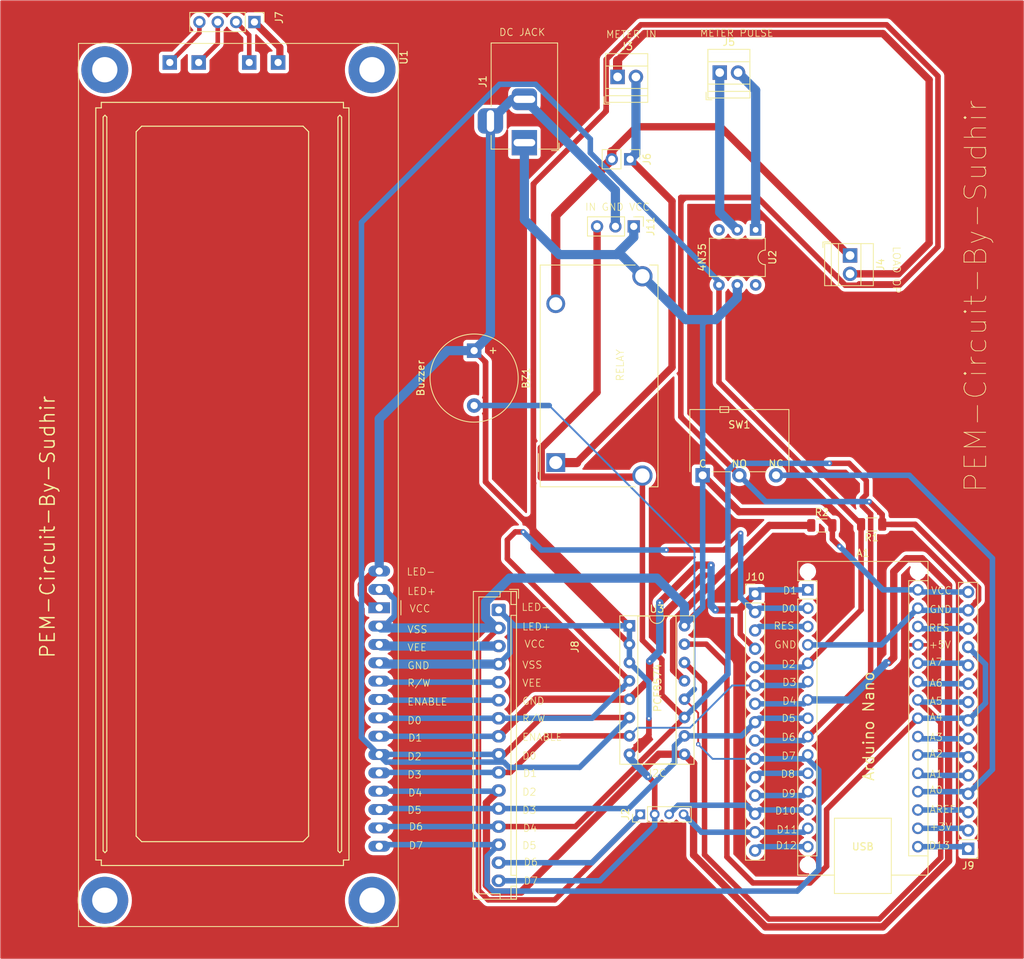
<source format=kicad_pcb>
(kicad_pcb (version 20240108) (generator "pcbnew") (generator_version "8.0")
  (title_block (title "PEM CIRCUIT BY SUDHIR") (company "Sudhir Agnihotri"))
  (layers (0 "F.Cu" signal) (31 "B.Cu" signal) (34 "B.Paste" user) (35 "F.Paste" user) (36 "B.SilkS" user "B.Silkscreen") (37 "F.SilkS" user "F.Silkscreen") (38 "B.Mask" user) (39 "F.Mask" user) (44 "Edge.Cuts" user))
  (net 0 "")
  (net 1 "VCC")
  (net 2 "GND")
  (net 3 "Net-(J3-Pin_2)")
  (net 4 "Net-(J3-Pin_1)")
  (net 5 "Net-(J4-Pin_1)")
  (net 6 "Net-(J5-Pin_1)")
  (net 7 "Net-(J5-Pin_2)")
  (net 8 "Net-(J7-Pin_4)")
  (net 9 "Net-(J7-Pin_3)")
  (net 10 "Net-(J7-Pin_1)")
  (net 11 "Net-(J7-Pin_2)")
  (net 12 "/D0")
  (net 13 "/D4")
  (net 14 "/D2")
  (net 15 "/D5")
  (net 16 "/VEE")
  (net 17 "/D1")
  (net 18 "/R{slash}W")
  (net 19 "/ENABLE")
  (net 20 "/D6")
  (net 21 "/D7")
  (net 22 "/D3")
  (net 23 "Net-(U3-~{INT})")
  (net 26 "/A0")
  (net 27 "/AREF")
  (net 28 "/D12")
  (net 29 "/D10")
  (net 30 "/A2")
  (net 31 "/RES")
  (net 32 "/D13")
  (net 33 "/A7")
  (net 34 "/A6")
  (net 35 "/A3")
  (net 36 "/+5V")
  (net 37 "/A1")
  (net 38 "/3V")
  (net 39 "/RES1")
  (net 40 "/D8")
  (net 41 "/D9")
  (net 42 "/A5")
  (net 43 "/D11")
  (footprint "Button_Switch_THT:SW_XKB_DM1-16UC-1" (layer "F.Cu") (at 167.34 93.56)
    (property "Reference" "SW1")
    (property "Value" "SW_SPDT_XKB_DMx-xxxx-1")
  )
  (footprint "Resistor_SMD:R_1206_3216Metric" (layer "F.Cu") (at 190.7375 100.36 180)
    (property "Reference" "R1")
    (property "Value" "R")
  )
  (footprint "Connector_BarrelJack:BarrelJack_Horizontal" (layer "F.Cu") (at 142.6575 47.5 -90)
    (property "Reference" "J1")
    (property "Value" "Barrel_Jack_Switch")
  )
  (footprint "Package_DIP:DIP-6_W7.62mm" (layer "F.Cu") (at 174.68 59.58 -90)
    (property "Reference" "U2")
    (property "Value" "4N35")
  )
  (footprint "Module:Arduino_Nano_WithMountingHoles" (layer "F.Cu") (at 181.9 109.42)
    (property "Reference" "A1")
    (property "Value" "Arduino_Nano_v2.x")
  )
  (footprint "TerminalBlock:TerminalBlock_Xinya_XY308-2.54-2P_1x02_P2.54mm_Horizontal" (layer "F.Cu") (at 155.56 38.4)
    (property "Reference" "J3")
    (property "Value" "Screw_Terminal_01x02")
  )
  (footprint "Resistor_SMD:R_1206_3216Metric" (layer "F.Cu") (at 183.8375 100.5)
    (property "Reference" "R2")
    (property "Value" "R")
  )
  (footprint "Connector_PinHeader_2.54mm:PinHeader_1x02_P2.54mm_Vertical" (layer "F.Cu") (at 157.3 49.8 -90)
    (property "Reference" "J6")
    (property "Value" "Conn_01x02")
  )
  (footprint "Connector_PinHeader_2.54mm:PinHeader_1x15_P2.54mm_Vertical" (layer "F.Cu") (at 204.1 145.275 180)
    (property "Reference" "J9")
    (property "Value" "Conn_01x15" (hide yes))
  )
  (footprint "Package_DIP:DIP-16_W7.62mm_Socket" (layer "F.Cu") (at 157.2 114.4)
    (property "Reference" "U3")
    (property "Value" "PCF8574")
  )
  (footprint "Connector_PinHeader_2.54mm:PinHeader_1x03_P2.54mm_Vertical" (layer "F.Cu") (at 157.8 59.1 -90)
    (property "Reference" "J11")
    (property "Value" "Conn_01x03")
  )
  (footprint "Connector_JST:JST_XH_B16B-XH-A_1x16_P2.50mm_Vertical" (layer "F.Cu") (at 139.1 112.2 -90)
    (property "Reference" "J8")
    (property "Value" "Conn_01x16")
  )
  (footprint "Display:LCD-016N002L" (layer "F.Cu") (at 122.5575 111.9 -90)
    (property "Reference" "U1")
    (property "Value" "LCD-016N002L")
  )
  (footprint "Connector_PinHeader_2.00mm:PinHeader_1x04_P2.00mm_Vertical" (layer "F.Cu") (at 158.7 140.5 90)
    (property "Reference" "J2")
    (property "Value" "Conn_01x04")
  )
  (footprint "Connector_PinHeader_2.54mm:PinHeader_1x15_P2.54mm_Vertical" (layer "F.Cu") (at 174.6 109.96)
    (property "Reference" "J10")
    (property "Value" "Conn_01x15")
  )
  (footprint "TerminalBlock:TerminalBlock_Xinya_XY308-2.54-2P_1x02_P2.54mm_Horizontal" (layer "F.Cu") (at 169.7 37.8)
    (property "Reference" "J5")
    (property "Value" "Screw_Terminal_01x02")
  )
  (footprint "Connector_PinHeader_2.54mm:PinHeader_1x04_P2.54mm_Vertical" (layer "F.Cu") (at 105.28 30.8 -90)
    (property "Reference" "J7")
    (property "Value" "Conn_01x04" (hide yes))
  )
  (footprint "Buzzer_Beeper:Buzzer_12x9.5RM7.6" (layer "F.Cu") (at 135.7 76.3 -90)
    (property "Reference" "BZ1")
    (property "Value" "Buzzer")
  )
  (footprint "TerminalBlock:TerminalBlock_Xinya_XY308-2.54-2P_1x02_P2.54mm_Horizontal" (layer "F.Cu") (at 187.75 63.125 -90)
    (property "Reference" "J4")
    (property "Value" "Screw_Terminal_01x02")
  )
  (footprint "Relay_THT:Relay_SPST_Panasonic_ALFG_FormA_CircularHoles" (layer "F.Cu") (at 147 91.8 90)
    (property "Reference" "K1" (hide yes))
    (property "Value" "Panasonic_ALFG1PF12")
  )
  (gr_text "D2" (at 142.3 138 0) (layer "F.SilkS") (effects (font (size 1 1) (thickness 0.1)) (justify left bottom)))
  (gr_text "D6" (at 142.5 147.7 0) (layer "F.SilkS") (effects (font (size 1 1) (thickness 0.1)) (justify left bottom)))
  (gr_text "VEE" (at 126.4 118 0) (layer "F.SilkS") (effects (font (size 1 1) (thickness 0.1)) (justify left bottom)))
  (gr_text "LED+" (at 126.4 110.2 0) (layer "F.SilkS") (effects (font (size 1 1) (thickness 0.1)) (justify left bottom)))
  (gr_text "A5" (at 198.7 125.4 0) (layer "F.SilkS") (effects (font (size 1 1) (thickness 0.1)) (justify left bottom)))
  (gr_text "D0" (at 142.3 133 0) (layer "F.SilkS") (effects (font (size 1 1) (thickness 0.1)) (justify left bottom)))
  (gr_text "VSS" (at 126.4 115.5 0) (layer "F.SilkS") (effects (font (size 1 1) (thickness 0.1)) (justify left bottom)))
  (gr_text "D1" (at 142.4 135.4 0) (layer "F.SilkS") (effects (font (size 1 1) (thickness 0.1)) (justify left bottom)))
  (gr_text "D1" (at 178.4 110.1 0) (layer "F.SilkS") (effects (font (size 1 1) (thickness 0.1)) (justify left bottom)))
  (gr_text "GND" (at 198.7 112.7 0) (layer "F.SilkS") (effects (font (size 1 1) (thickness 0.1)) (justify left bottom)))
  (gr_text "VCC" (at 126.7 112.6 0) (layer "F.SilkS") (effects (font (size 1 1) (thickness 0.1)) (justify left bottom)))
  (gr_text "PEM-Circuit-By-Sudhir" (at 77.8 100.7 90) (layer "F.SilkS") (effects (font (size 2 2) (thickness 0.2)) (justify bottom)))
  (gr_text "D4" (at 142.4 143 0) (layer "F.SilkS") (effects (font (size 1 1) (thickness 0.1)) (justify left bottom)))
  (gr_text "GND" (at 142.3 125.4 0) (layer "F.SilkS") (effects (font (size 1 1) (thickness 0.1)) (justify left bottom)))
  (gr_text "D0" (at 126.4 128.1 0) (layer "F.SilkS") (effects (font (size 1 1) (thickness 0.1)) (justify left bottom)))
  (gr_text "D3" (at 142.3 140.5 0) (layer "F.SilkS") (effects (font (size 1 1) (thickness 0.1)) (justify left bottom)))
  (gr_text "R/W" (at 142.3 127.8 0) (layer "F.SilkS") (effects (font (size 1 1) (thickness 0.1)) (justify left bottom)))
  (gr_text "A2" (at 198.7 132.7 0) (layer "F.SilkS") (effects (font (size 1 1) (thickness 0.1)) (justify left bottom)))
  (gr_text "METER IN" (at 153.9 33.1 0) (layer "F.SilkS") (effects (font (size 1 1) (thickness 0.1)) (justify left bottom)))
  (gr_text "VCC" (at 142.6 117.5 0) (layer "F.SilkS") (effects (font (size 1 1) (thickness 0.1)) (justify left bottom)))
  (gr_text "A7" (at 198.7 120 0) (layer "F.SilkS") (effects (font (size 1 1) (thickness 0.1)) (justify left bottom)))
  (gr_text "A6" (at 198.7 122.9 0) (layer "F.SilkS") (effects (font (size 1 1) (thickness 0.1)) (justify left bottom)))
  (gr_text "PEM-Circuit-By-Sudhir" (at 206.9 96.1 90) (layer "F.SilkS") (effects (font (size 3 3) (thickness 0.1)) (justify left bottom)))
  (gr_text "A0" (at 198.7 137.7 0) (layer "F.SilkS") (effects (font (size 1 1) (thickness 0.1)) (justify left bottom)))
  (gr_text "D8" (at 178.1 135.5 0) (layer "F.SilkS") (effects (font (size 1 1) (thickness 0.1)) (justify left bottom)))
  (gr_text "+5V" (at 198.6 117.6 0) (layer "F.SilkS") (effects (font (size 1 1) (thickness 0.1)) (justify left bottom)))
  (gr_text "D11" (at 177.5 143.2 0) (layer "F.SilkS") (effects (font (size 1 1) (thickness 0.1)) (justify left bottom)))
  (gr_text "LED-" (at 142.2 112.4 0) (layer "F.SilkS") (effects (font (size 1 1) (thickness 0.1)) (justify left bottom)))
  (gr_text "RELAY" (at 156.5 80.6 90) (layer "F.SilkS") (effects (font (size 1 1) (thickness 0.1)) (justify left bottom)))
  (gr_text "D0" (at 178.2 112.6 0) (layer "F.SilkS") (effects (font (size 1 1) (thickness 0.1)) (justify left bottom)))
  (gr_text "VEE" (at 142.3 122.9 0) (layer "F.SilkS") (effects (font (size 1 1) (thickness 0.1)) (justify left bottom)))
  (gr_text "D13" (at 198.6 145.4 0) (layer "F.SilkS") (effects (font (size 1 1) (thickness 0.1)) (justify left bottom)))
  (gr_text "D6" (at 178.2 130.4 0) (layer "F.SilkS") (effects (font (size 1 1) (thickness 0.1)) (justify left bottom)))
  (gr_text "AREF" (at 198.7 140.4 0) (layer "F.SilkS") (effects (font (size 1 1) (thickness 0.1)) (justify left bottom)))
  (gr_text "D2" (at 178.2 120.3 0) (layer "F.SilkS") (effects (font (size 1 1) (thickness 0.1)) (justify left bottom)))
  (gr_text "LED+" (at 142.3 115.1 0) (layer "F.SilkS") (effects (font (size 1 1) (thickness 0.1)) (justify left bottom)))
  (gr_text "I2C" (at 159.8 135.4 0) (layer "F.SilkS") (effects (font (size 1 1) (thickness 0.1)) (justify left bottom)))
  (gr_text "D10" (at 177.3 140.6 0) (layer "F.SilkS") (effects (font (size 1 1) (thickness 0.1)) (justify left bottom)))
  (gr_text "D7" (at 126.6 145.4 0) (layer "F.SilkS") (effects (font (size 1 1) (thickness 0.1)) (justify left bottom)))
  (gr_text "GND" (at 177.2 117.6 0) (layer "F.SilkS") (effects (font (size 1 1) (thickness 0.1)) (justify left bottom)))
  (gr_text "D5" (at 126.4 140.5 0) (layer "F.SilkS") (effects (font (size 1 1) (thickness 0.1)) (justify left bottom)))
  (gr_text "RES" (at 177.1 115 0) (layer "F.SilkS") (effects (font (size 1 1) (thickness 0.1)) (justify left bottom)))
  (gr_text "IN GND VCC" (at 151 57 0) (layer "F.SilkS") (effects (font (size 1 1) (thickness 0.1)) (justify left bottom)))
  (gr_text "D3" (at 126.4 135.6 0) (layer "F.SilkS") (effects (font (size 1 1) (thickness 0.1)) (justify left bottom)))
  (gr_text "GND" (at 126.4 120.5 0) (layer "F.SilkS") (effects (font (size 1 1) (thickness 0.1)) (justify left bottom)))
  (gr_text "Arduino Nano" (at 191.2 128.3 90) (layer "F.SilkS") (effects (font (size 1.5 1.5) (thickness 0.1875)) (justify bottom)))
  (gr_text "D5" (at 178.2 127.8 0) (layer "F.SilkS") (effects (font (size 1 1) (thickness 0.1)) (justify left bottom)))
  (gr_text "D5" (at 142.3 145.4 0) (layer "F.SilkS") (effects (font (size 1 1) (thickness 0.1)) (justify left bottom)))
  (gr_text "VSS" (at 142.3 120.4 0) (layer "F.SilkS") (effects (font (size 1 1) (thickness 0.1)) (justify left bottom)))
  (gr_text "D4" (at 178.3 125.4 0) (layer "F.SilkS") (effects (font (size 1 1) (thickness 0.1)) (justify left bottom)))
  (gr_text "D7" (at 178.2 133 0) (layer "F.SilkS") (effects (font (size 1 1) (thickness 0.1)) (justify left bottom)))
  (gr_text "R/W" (at 126.4 122.9 0) (layer "F.SilkS") (effects (font (size 1 1) (thickness 0.1)) (justify left bottom)))
  (gr_text "LED-" (at 126.3 107.5 0) (layer "F.SilkS") (effects (font (size 1 1) (thickness 0.1)) (justify left bottom)))
  (gr_text "ENABLE" (at 142.3 130.4 0) (layer "F.SilkS") (effects (font (size 1 1) (thickness 0.1)) (justify left bottom)))
  (gr_text "A3" (at 198.7 130.4 0) (layer "F.SilkS") (effects (font (size 1 1) (thickness 0.1)) (justify left bottom)))
  (gr_text "A1" (at 198.7 135.5 0) (layer "F.SilkS") (effects (font (size 1 1) (thickness 0.1)) (justify left bottom)))
  (gr_text "D1" (at 126.5 130.5 0) (layer "F.SilkS") (effects (font (size 1 1) (thickness 0.1)) (justify left bottom)))
  (gr_text "D9" (at 178.2 138.2 0) (layer "F.SilkS") (effects (font (size 1 1) (thickness 0.1)) (justify left bottom)))
  (gr_text "D4" (at 126.5 138.1 0) (layer "F.SilkS") (effects (font (size 1 1) (thickness 0.1)) (justify left bottom)))
  (gr_text "D6" (at 126.6 142.8 0) (layer "F.SilkS") (effects (font (size 1 1) (thickness 0.1)) (justify left bottom)))
  (gr_text "D7" (at 142.5 150.3 0) (layer "F.SilkS") (effects (font (size 1 1) (thickness 0.1)) (justify left bottom)))
  (gr_text "METER PULSE" (at 166.9 32.9 0) (layer "F.SilkS") (effects (font (size 1 1) (thickness 0.1)) (justify left bottom)))
  (gr_text "D12" (at 177.4 145.4 0) (layer "F.SilkS") (effects (font (size 1 1) (thickness 0.1)) (justify left bottom)))
  (gr_text "DC JACK" (at 139.1 32.8 0) (layer "F.SilkS") (effects (font (size 1 1) (thickness 0.1)) (justify left bottom)))
  (gr_text "VCC" (at 198.9 110.1 0) (layer "F.SilkS") (effects (font (size 1 1) (thickness 0.1)) (justify left bottom)))
  (gr_text "LOAD OP" (at 193.6 61.8 -90) (layer "F.SilkS") (effects (font (size 1 1) (thickness 0.1)) (justify left bottom)))
  (gr_text "D3" (at 178.3 122.8 0) (layer "F.SilkS") (effects (font (size 1 1) (thickness 0.1)) (justify left bottom)))
  (gr_text "A4" (at 198.7 127.6 0) (layer "F.SilkS") (effects (font (size 1 1) (thickness 0.1)) (justify left bottom)))
  (gr_text "RES" (at 198.6 115.3 0) (layer "F.SilkS") (effects (font (size 1 1) (thickness 0.1)) (justify left bottom)))
  (gr_text "D2" (at 126.4 133.1 0) (layer "F.SilkS") (effects (font (size 1 1) (thickness 0.1)) (justify left bottom)))
  (gr_text "ENABLE" (at 126.4 125.5 0) (layer "F.SilkS") (effects (font (size 1 1) (thickness 0.1)) (justify left bottom)))
  (gr_text "+3V" (at 198.7 142.8 0) (layer "F.SilkS") (effects (font (size 1 1) (thickness 0.1)) (justify left bottom)))
  (segment (start 120.2225 108.703472) (end 120.2225 110.016528) (width 1.27) (layer "F.Cu") (net 2))
  (segment (start 122.105972 106.82) (end 120.2225 108.703472) (width 1.27) (layer "F.Cu") (net 2))
  (segment (start 205.531 109.12226) (end 205.531 110.824) (width 0.762) (layer "F.Cu") (net 2))
  (segment (start 137.281 77.881) (end 135.7 76.3) (width 0.762) (layer "F.Cu") (net 2))
  (segment (start 159.9 129.48) (end 157.2 132.18) (width 0.762) (layer "F.Cu") (net 2))
  (segment (start 122.105972 111.9) (end 122.5575 111.9) (width 1.27) (layer "F.Cu") (net 2))
  (segment (start 143.903 53.219) (end 153.979 43.143) (width 0.762) (layer "F.Cu") (net 2))
  (segment (start 160.7 136.2) (end 160.7 140.5) (width 0.762) (layer "F.Cu") (net 2))
  (segment (start 174.945444 55.096316) (end 164.316 55.096316) (width 0.762) (layer "F.Cu") (net 2))
  (segment (start 192.2 100.36) (end 192.2 99) (width 0.762) (layer "F.Cu") (net 2))
  (segment (start 199.916 38.296316) (end 199.916 61.903684) (width 0.762) (layer "F.Cu") (net 2))
  (segment (start 196.76874 100.36) (end 205.531 109.12226) (width 0.762) (layer "F.Cu") (net 2))
  (segment (start 205.531 110.824) (end 204.1 112.255) (width 0.762) (layer "F.Cu") (net 2))
  (segment (start 194.573684 67.246) (end 187.095128 67.246) (width 0.762) (layer "F.Cu") (net 2))
  (segment (start 143.903 103.643) (end 143.903 53.219) (width 0.762) (layer "F.Cu") (net 2))
  (segment (start 122.5575 106.82) (end 122.105972 106.82) (width 1.27) (layer "F.Cu") (net 2))
  (segment (start 159.8 135.3) (end 160.7 136.2) (width 0.762) (layer "F.Cu") (net 2))
  (segment (start 158.786316 31.184) (end 192.803684 31.184) (width 0.762) (layer "F.Cu") (net 2))
  (segment (start 164.316 85.456) (end 172.42 93.56) (width 0.762) (layer "F.Cu") (net 2))
  (segment (start 192.2 100.36) (end 196.76874 100.36) (width 0.762) (layer "F.Cu") (net 2))
  (segment (start 137.281 94.481) (end 137.281 77.881) (width 0.762) (layer "F.Cu") (net 2))
  (segment (start 153.979 43.143) (end 153.979 35.991316) (width 0.762) (layer "F.Cu") (net 2))
  (segment (start 159.9 127.2) (end 159.9 129.48) (width 0.762) (layer "F.Cu") (net 2))
  (segment (start 199.916 61.903684) (end 194.573684 67.246) (width 0.762) (layer "F.Cu") (net 2))
  (segment (start 192.2 99) (end 190.4 97.2) (width 0.762) (layer "F.Cu") (net 2))
  (segment (start 157.2 114.4) (end 137.281 94.481) (width 0.762) (layer "F.Cu") (net 2))
  (segment (start 153.979 35.991316) (end 158.786316 31.184) (width 0.762) (layer "F.Cu") (net 2))
  (segment (start 187.095128 67.246) (end 174.945444 55.096316) (width 0.762) (layer "F.Cu") (net 2))
  (segment (start 157.2 116.94) (end 143.903 103.643) (width 0.762) (layer "F.Cu") (net 2))
  (segment (start 192.803684 31.184) (end 199.916 38.296316) (width 0.762) (layer "F.Cu") (net 2))
  (segment (start 120.2225 110.016528) (end 122.105972 111.9) (width 1.27) (layer "F.Cu") (net 2))
  (segment (start 164.316 55.096316) (end 164.316 85.456) (width 0.762) (layer "F.Cu") (net 2))
  (via (at 159.8 135.3) (size 0.6) (drill 0.3) (layers "F.Cu" "B.Cu") (net 2))
  (via (at 190.4 97.2) (size 0.6) (drill 0.3) (layers "F.Cu" "B.Cu") (net 2))
  (via (at 159.9 127.2) (size 0.6) (drill 0.3) (layers "F.Cu" "B.Cu") (net 2))
  (segment (start 132 76.3) (end 135.7 76.3) (width 1.27) (layer "B.Cu") (net 2))
  (segment (start 155.26 54.1025) (end 155.26 59.1) (width 1.27) (layer "B.Cu") (net 2))
  (segment (start 181.9 117.04) (end 192.06 117.04) (width 0.762) (layer "B.Cu") (net 2))
  (segment (start 122.5575 106.82) (end 122.5575 85.7425) (width 1.27) (layer "B.Cu") (net 2))
  (segment (start 157.2 132.7) (end 159.8 135.3) (width 1.016) (layer "B.Cu") (net 2))
  (segment (start 190.4 97.2) (end 176.06 97.2) (width 0.762) (layer "B.Cu") (net 2))
  (segment (start 140.656 118.144) (end 139.1 119.7) (width 0.762) (layer "B.Cu") (net 2))
  (segment (start 139.1 119.7) (end 122.7375 119.7) (width 1.27) (layer "B.Cu") (net 2))
  (segment (start 157.2 119.48) (end 159.9 122.18) (width 0.762) (layer "B.Cu") (net 2))
  (segment (start 139.1 112.2) (end 140.656 113.756) (width 0.762) (layer "B.Cu") (net 2))
  (segment (start 159.9 122.18) (end 159.9 127.2) (width 0.762) (layer "B.Cu") (net 2))
  (segment (start 160.7 142.1) (end 160.7 140.5) (width 0.762) (layer "B.Cu") (net 2))
  (segment (start 142.6575 41.5) (end 140.9575 41.5) (width 1.27) (layer "B.Cu") (net 2))
  (segment (start 197.435 112.255) (end 197.14 111.96) (width 0.762) (layer "B.Cu") (net 2))
  (segment (start 141.3 114.4) (end 139.1 112.2) (width 0.762) (layer "B.Cu") (net 2))
  (segment (start 157.2 114.4) (end 141.3 114.4) (width 0.762) (layer "B.Cu") (net 2))
  (segment (start 192.06 117.04) (end 197.14 111.96) (width 0.762) (layer "B.Cu") (net 2))
  (segment (start 142.6575 41.5) (end 155.26 54.1025) (width 1.27) (layer "B.Cu") (net 2))
  (segment (start 176.06 97.2) (end 172.42 93.56) (width 0.762) (layer "B.Cu") (net 2))
  (segment (start 140.9575 41.5) (end 137.9575 44.5) (width 1.27) (layer "B.Cu") (net 2))
  (segment (start 137.9575 44.5) (end 137.9575 74.0425) (width 1.27) (layer "B.Cu") (net 2))
  (segment (start 137.9575 74.0425) (end 135.7 76.3) (width 1.27) (layer "B.Cu") (net 2))
  (segment (start 122.5575 85.7425) (end 132 76.3) (width 1.27) (layer "B.Cu") (net 2))
  (segment (start 157.2 114.4) (end 157.2 116.94) (width 0.762) (layer "B.Cu") (net 2))
  (segment (start 157.2 132.18) (end 157.2 132.7) (width 1.016) (layer "B.Cu") (net 2))
  (segment (start 122.7375 119.7) (end 122.5575 119.52) (width 1.27) (layer "B.Cu") (net 2))
  (segment (start 139.1 149.7) (end 153.1 149.7) (width 0.762) (layer "B.Cu") (net 2))
  (segment (start 153.1 149.7) (end 160.7 142.1) (width 0.762) (layer "B.Cu") (net 2))
  (segment (start 140.656 113.756) (end 140.656 118.144) (width 0.762) (layer "B.Cu") (net 2))
  (segment (start 157.2 116.94) (end 157.2 119.48) (width 0.762) (layer "B.Cu") (net 2))
  (segment (start 204.1 112.255) (end 197.435 112.255) (width 0.762) (layer "B.Cu") (net 2))
  (segment (start 163.1 78.6) (end 149.9 91.8) (width 1.016) (layer "F.Cu") (net 3))
  (segment (start 149.9 91.8) (end 147 91.8) (width 1.27) (layer "F.Cu") (net 3))
  (segment (start 163.1 55.6) (end 163.1 78.6) (width 1.016) (layer "F.Cu") (net 3))
  (segment (start 157.3 49.8) (end 163.1 55.6) (width 1.016) (layer "F.Cu") (net 3))
  (segment (start 158.1 49) (end 158.1 38.4) (width 1.27) (layer "B.Cu") (net 3))
  (segment (start 157.3 49.8) (end 158.1 49) (width 1.27) (layer "B.Cu") (net 3))
  (segment (start 155.56 36.13) (end 159.29 32.4) (width 1.016) (layer "F.Cu") (net 4))
  (segment (start 198.7 61.4) (end 194.435 65.665) (width 1.016) (layer "F.Cu") (net 4))
  (segment (start 155.56 38.4) (end 155.56 36.13) (width 1.27) (layer "F.Cu") (net 4))
  (segment (start 159.29 32.4) (end 192.3 32.4) (width 1.016) (layer "F.Cu") (net 4))
  (segment (start 192.3 32.4) (end 198.7 38.8) (width 1.016) (layer "F.Cu") (net 4))
  (segment (start 194.435 65.665) (end 187.75 65.665) (width 1.016) (layer "F.Cu") (net 4))
  (segment (start 198.7 38.8) (end 198.7 61.4) (width 1.016) (layer "F.Cu") (net 4))
  (segment (start 147 57.56) (end 147 69.8) (width 1.27) (layer "F.Cu") (net 5))
  (segment (start 187.7 63.2) (end 169.8 45.3) (width 1.016) (layer "F.Cu") (net 5))
  (segment (start 169.8 45.3) (end 158.2 45.3) (width 1.016) (layer "F.Cu") (net 5))
  (segment (start 154.76 49.8) (end 147 57.56) (width 1.27) (layer "F.Cu") (net 5))
  (segment (start 154.76 48.74) (end 154.76 49.8) (width 1.27) (layer "F.Cu") (net 5))
  (segment (start 158.2 45.3) (end 154.76 48.74) (width 1.016) (layer "F.Cu") (net 5))
  (segment (start 187.75 63.125) (end 187.75 63.15) (width 1.27) (layer "F.Cu") (net 5))
  (segment (start 187.75 63.15) (end 187.7 63.2) (width 1.27) (layer "F.Cu") (net 5))
  (segment (start 172.14 59.58) (end 169.7 57.14) (width 1.27) (layer "B.Cu") (net 6))
  (segment (start 169.7 57.14) (end 169.7 37.8) (width 1.27) (layer "B.Cu") (net 6))
  (segment (start 174.68 40.24) (end 172.24 37.8) (width 1.27) (layer "B.Cu") (net 7))
  (segment (start 174.68 59.58) (end 174.68 40.24) (width 1.27) (layer "B.Cu") (net 7))
  (segment (start 97.66 30.8) (end 97.66 32.2975) (width 0.635) (layer "F.Cu") (net 8))
  (segment (start 97.66 32.2975) (end 93.5575 36.4) (width 0.635) (layer "F.Cu") (net 8))
  (segment (start 100.2 33.7575) (end 97.5575 36.4) (width 0.635) (layer "F.Cu") (net 9))
  (segment (start 100.2 30.8) (end 100.2 33.7575) (width 0.635) (layer "F.Cu") (net 9))
  (segment (start 105.28 30.8) (end 108.8 34.32) (width 1) (layer "F.Cu") (net 10))
  (segment (start 108.8 34.32) (end 108.8 36.1575) (width 1) (layer "F.Cu") (net 10))
  (segment (start 108.8 36.1575) (end 108.5575 36.4) (width 1) (layer "F.Cu") (net 10))
  (segment (start 104.5575 32.6175) (end 104.5575 36.4) (width 0.635) (layer "F.Cu") (net 11))
  (segment (start 102.74 30.8) (end 104.5575 32.6175) (width 0.635) (layer "F.Cu") (net 11))
  (segment (start 157.2 122.02) (end 140.3 105.12) (width 0.762) (layer "F.Cu") (net 12))
  (segment (start 162.3 103.9) (end 170.3 103.9) (width 0.762) (layer "F.Cu") (net 12))
  (segment (start 140.3 102.5) (end 141.4 101.4) (width 0.762) (layer "F.Cu") (net 12))
  (segment (start 141.4 101.4) (end 142.5 101.4) (width 0.762) (layer "F.Cu") (net 12))
  (segment (start 170.3 103.9) (end 172.6 101.6) (width 0.762) (layer "F.Cu") (net 12))
  (segment (start 140.3 105.12) (end 140.3 102.5) (width 0.762) (layer "F.Cu") (net 12))
  (via (at 162.3 103.9) (size 0.6) (drill 0.3) (layers "F.Cu" "B.Cu") (net 12))
  (via (at 172.6 101.6) (size 0.6) (drill 0.3) (layers "F.Cu" "B.Cu") (net 12))
  (via (at 142.5 101.4) (size 0.6) (drill 0.3) (layers "F.Cu" "B.Cu") (net 12))
  (segment (start 175.14 111.96) (end 174.6 112.5) (width 0.762) (layer "B.Cu") (net 12))
  (segment (start 122.6175 127.2) (end 122.5575 127.14) (width 0.762) (layer "B.Cu") (net 12))
  (segment (start 139.1 127.2) (end 152.02 127.2) (width 0.762) (layer "B.Cu") (net 12))
  (segment (start 152.02 127.2) (end 157.2 122.02) (width 0.762) (layer "B.Cu") (net 12))
  (segment (start 172.6 110.5) (end 174.6 112.5) (width 0.762) (layer "B.Cu") (net 12))
  (segment (start 139.1 127.2) (end 122.6175 127.2) (width 0.762) (layer "B.Cu") (net 12))
  (segment (start 142.5 101.4) (end 145 103.9) (width 0.762) (layer "B.Cu") (net 12))
  (segment (start 181.9 111.96) (end 175.14 111.96) (width 0.762) (layer "B.Cu") (net 12))
  (segment (start 145 103.9) (end 162.3 103.9) (width 0.762) (layer "B.Cu") (net 12))
  (segment (start 172.6 101.6) (end 172.6 110.5) (width 0.762) (layer "B.Cu") (net 12))
  (segment (start 201.389 146.962097) (end 192.262097 156.089) (width 1.016) (layer "F.Cu") (net 13))
  (segment (start 166.083 146.123079) (end 166.083 133.443) (width 1.016) (layer "F.Cu") (net 13))
  (segment (start 193.8 106.9) (end 195.589 105.111) (width 1.016) (layer "F.Cu") (net 13))
  (segment (start 137.4 150.328345) (end 137.4 138.9) (width 1.016) (layer "F.Cu") (net 13))
  (segment (start 193.8 118.8) (end 193.8 106.9) (width 1.016) (layer "F.Cu") (net 13))
  (segment (start 161.280078 132.18) (end 142.202078 151.258) (width 1.016) (layer "F.Cu") (net 13))
  (segment (start 138.329655 151.258) (end 137.4 150.328345) (width 1.016) (layer "F.Cu") (net 13))
  (segment (start 197.701624 105.111) (end 201.389 108.798376) (width 1.016) (layer "F.Cu") (net 13))
  (segment (start 137.4 138.9) (end 139.1 137.2) (width 1.016) (layer "F.Cu") (net 13))
  (segment (start 142.202078 151.258) (end 138.329655 151.258) (width 1.016) (layer "F.Cu") (net 13))
  (segment (start 164.82 132.18) (end 161.280078 132.18) (width 1.016) (layer "F.Cu") (net 13))
  (segment (start 195.589 105.111) (end 197.701624 105.111) (width 1.016) (layer "F.Cu") (net 13))
  (segment (start 193.1 119.5) (end 193.8 118.8) (width 1.016) (layer "F.Cu") (net 13))
  (segment (start 176.048921 156.089) (end 166.083 146.123079) (width 1.016) (layer "F.Cu") (net 13))
  (segment (start 201.389 108.798376) (end 201.389 146.962097) (width 1.016) (layer "F.Cu") (net 13))
  (segment (start 192.262097 156.089) (end 176.048921 156.089) (width 1.016) (layer "F.Cu") (net 13))
  (segment (start 166.083 133.443) (end 164.82 132.18) (width 1.016) (layer "F.Cu") (net 13))
  (via (at 193.1 119.5) (size 0.6) (drill 0.3) (layers "F.Cu" "B.Cu") (net 13))
  (segment (start 122.5575 137.3) (end 139 137.3) (width 0.762) (layer "B.Cu") (net 13))
  (segment (start 187.64 124.66) (end 181.9 124.66) (width 1.016) (layer "B.Cu") (net 13))
  (segment (start 174.6 125.2) (end 181.36 125.2) (width 0.762) (layer "B.Cu") (net 13))
  (segment (start 181.36 125.2) (end 181.9 124.66) (width 0.762) (layer "B.Cu") (net 13))
  (segment (start 139 137.3) (end 139.1 137.2) (width 0.762) (layer "B.Cu") (net 13))
  (segment (start 192.8 119.5) (end 187.64 124.66) (width 1.016) (layer "B.Cu") (net 13))
  (segment (start 139.9 132.2) (end 145 127.1) (width 0.762) (layer "F.Cu") (net 14))
  (segment (start 145 127.1) (end 157.2 127.1) (width 0.762) (layer "F.Cu") (net 14))
  (segment (start 169.6 80.685) (end 189.275 100.36) (width 0.762) (layer "F.Cu") (net 14))
  (segment (start 169.6 67.2) (end 169.6 80.685) (width 0.762) (layer "F.Cu") (net 14))
  (segment (start 189.275 112.205) (end 181.9 119.58) (width 0.762) (layer "F.Cu") (net 14))
  (segment (start 189.275 100.36) (end 189.275 112.205) (width 0.762) (layer "F.Cu") (net 14))
  (segment (start 139.1 132.2) (end 139.9 132.2) (width 0.762) (layer "F.Cu") (net 14))
  (segment (start 139.222108 39.419) (end 144.20882 39.419) (width 0.762) (layer "B.Cu") (net 14))
  (segment (start 151.788592 48.911408) (end 169.6 66.722816) (width 0.762) (layer "B.Cu") (net 14))
  (segment (start 122.5775 132.2) (end 122.5575 132.22) (width 0.762) (layer "B.Cu") (net 14))
  (segment (start 151.788592 46.998772) (end 151.788592 48.911408) (width 0.762) (layer "B.Cu") (net 14))
  (segment (start 120.1 129.854818) (end 120.1 58.541108) (width 0.762) (layer "B.Cu") (net 14))
  (segment (start 140.54874 134) (end 139.81774 133.269) (width 0.762) (layer "B.Cu") (net 14))
  (segment (start 174.6 120.12) (end 181.36 120.12) (width 0.762) (layer "B.Cu") (net 14))
  (segment (start 123.514182 133.269) (end 120.1 129.854818) (width 0.762) (layer "B.Cu") (net 14))
  (segment (start 139.1 132.2) (end 122.5775 132.2) (width 0.762) (layer "B.Cu") (net 14))
  (segment (start 144.20882 39.419) (end 151.788592 46.998772) (width 0.762) (layer "B.Cu") (net 14))
  (segment (start 120.1 58.541108) (end 139.222108 39.419) (width 0.762) (layer "B.Cu") (net 14))
  (segment (start 139.81774 133.269) (end 123.514182 133.269) (width 0.762) (layer "B.Cu") (net 14))
  (segment (start 181.36 120.12) (end 181.9 119.58) (width 0.762) (layer "B.Cu") (net 14))
  (segment (start 150.3 134) (end 140.54874 134) (width 0.762) (layer "B.Cu") (net 14))
  (segment (start 157.2 127.1) (end 150.3 134) (width 0.762) (layer "B.Cu") (net 14))
  (segment (start 169.6 66.722816) (end 169.6 67.2) (width 0.762) (layer "B.Cu") (net 14))
  (segment (start 157.1 139.7) (end 139.1 139.7) (width 0.762) (layer "B.Cu") (net 15))
  (segment (start 172.7 129.64) (end 164.82 129.64) (width 0.762) (layer "B.Cu") (net 15))
  (segment (start 175.14 127.2) (end 174.6 127.74) (width 0.762) (layer "B.Cu") (net 15))
  (segment (start 163.439 133.361) (end 157.1 139.7) (width 0.762) (layer "B.Cu") (net 15))
  (segment (start 181.9 127.2) (end 175.14 127.2) (width 0.762) (layer "B.Cu") (net 15))
  (segment (start 139.1 139.7) (end 122.6975 139.7) (width 0.762) (layer "B.Cu") (net 15))
  (segment (start 122.6975 139.7) (end 122.5575 139.84) (width 0.762) (layer "B.Cu") (net 15))
  (segment (start 164.82 129.64) (end 163.439 131.021) (width 0.762) (layer "B.Cu") (net 15))
  (segment (start 163.439 131.021) (end 163.439 133.361) (width 0.762) (layer "B.Cu") (net 15))
  (segment (start 174.6 127.74) (end 172.7 129.64) (width 0.762) (layer "B.Cu") (net 15))
  (segment (start 139.1 117.2) (end 122.7775 117.2) (width 1.27) (layer "B.Cu") (net 16))
  (segment (start 122.7775 117.2) (end 122.5575 116.98) (width 0.762) (layer "B.Cu") (net 16))
  (segment (start 166.6 106) (end 168.5 106) (width 1.016) (layer "F.Cu") (net 17))
  (segment (start 172.547 115.527) (end 172.547 112.013) (width 0.762) (layer "F.Cu") (net 17))
  (segment (start 144.24 124.56) (end 139.1 129.7) (width 1.016) (layer "F.Cu") (net 17))
  (segment (start 174.6 117.58) (end 172.547 115.527) (width 0.762) (layer "F.Cu") (net 17))
  (segment (start 172.547 112.013) (end 174.6 109.96) (width 0.254) (layer "F.Cu") (net 17))
  (segment (start 160 121.76) (end 160 119.3) (width 1.016) (layer "F.Cu") (net 17))
  (segment (start 168.5 106) (end 168.5 106.103841) (width 1.016) (layer "F.Cu") (net 17))
  (segment (start 161.4 111.2) (end 166.6 106) (width 1.016) (layer "F.Cu") (net 17))
  (segment (start 157.2 124.56) (end 144.24 124.56) (width 1.016) (layer "F.Cu") (net 17))
  (segment (start 172.36 112.2) (end 174.6 109.96) (width 1.016) (layer "F.Cu") (net 17))
  (segment (start 169.1 112.2) (end 172.36 112.2) (width 1.016) (layer "F.Cu") (net 17))
  (segment (start 157.2 124.56) (end 160 121.76) (width 1.016) (layer "F.Cu") (net 17))
  (via (at 161.4 111.2) (size 0.6) (drill 0.3) (layers "F.Cu" "B.Cu") (net 17))
  (via (at 169.1 112.2) (size 0.6) (drill 0.3) (layers "F.Cu" "B.Cu") (net 17))
  (via (at 168.5 106) (size 0.6) (drill 0.3) (layers "F.Cu" "B.Cu") (net 17))
  (via (at 160 119.3) (size 0.6) (drill 0.3) (layers "F.Cu" "B.Cu") (net 17))
  (segment (start 160 119.3) (end 161.4 117.9) (width 1.016) (layer "B.Cu") (net 17))
  (segment (start 139.1 129.7) (end 122.5775 129.7) (width 0.762) (layer "B.Cu") (net 17))
  (segment (start 181.9 109.42) (end 175.14 109.42) (width 0.762) (layer "B.Cu") (net 17))
  (segment (start 122.5775 129.7) (end 122.5575 129.68) (width 0.762) (layer "B.Cu") (net 17))
  (segment (start 168.5 111.6) (end 169.1 112.2) (width 1.016) (layer "B.Cu") (net 17))
  (segment (start 161.4 111.2) (end 161.4 116.9) (width 1.016) (layer "B.Cu") (net 17))
  (segment (start 161.4 117.9) (end 161.4 111.2) (width 1.016) (layer "B.Cu") (net 17))
  (segment (start 168.5 106) (end 168.5 111.6) (width 1.016) (layer "B.Cu") (net 17))
  (segment (start 175.14 109.42) (end 174.6 109.96) (width 0.762) (layer "B.Cu") (net 17))
  (segment (start 122.6975 122.2) (end 122.5575 122.06) (width 0.762) (layer "B.Cu") (net 18))
  (segment (start 139.1 122.2) (end 122.6975 122.2) (width 0.762) (layer "B.Cu") (net 18))
  (segment (start 139.1 124.7) (end 122.6575 124.7) (width 0.762) (layer "B.Cu") (net 19))
  (segment (start 122.6575 124.7) (end 122.5575 124.6) (width 0.762) (layer "B.Cu") (net 19))
  (segment (start 144.992 89.792) (end 144.992 93.808) (width 1.016) (layer "F.Cu") (net 20))
  (segment (start 161.7 119.1) (end 161.7 123.98) (width 0.762) (layer "F.Cu") (net 20))
  (segment (start 149.72 142.2) (end 164.82 127.1) (width 0.762) (layer "F.Cu") (net 20))
  (segment (start 189.438 96.801526) (end 189.438 97.765362) (width 0.762) (layer "F.Cu") (net 20))
  (segment (start 144.992 93.808) (end 158.792 93.808) (width 1.016) (layer "F.Cu") (net 20))
  (segment (start 190.6 121.04) (end 181.9 129.74) (width 0.762) (layer "F.Cu") (net 20))
  (segment (start 152.72 59.1) (end 152.72 82.064) (width 1.016) (layer "F.Cu") (net 20))
  (segment (start 190.001526 96.238) (end 189.438 96.801526) (width 0.762) (layer "F.Cu") (net 20))
  (segment (start 184.9 91.9) (end 187.603052 91.9) (width 0.762) (layer "F.Cu") (net 20))
  (segment (start 158.792 93.808) (end 159 93.6) (width 1.016) (layer "F.Cu") (net 20))
  (segment (start 187.603052 91.9) (end 190.001526 94.298474) (width 0.762) (layer "F.Cu") (net 20))
  (segment (start 190.001526 94.298474) (end 190.001526 96.238) (width 0.762) (layer "F.Cu") (net 20))
  (segment (start 161.7 123.98) (end 164.82 127.1) (width 0.762) (layer "F.Cu") (net 20))
  (segment (start 159 116.4) (end 161.7 119.1) (width 0.762) (layer "F.Cu") (net 20))
  (segment (start 159 93.6) (end 159 116.4) (width 0.762) (layer "F.Cu") (net 20))
  (segment (start 190.6 98.927362) (end 190.6 121.04) (width 0.762) (layer "F.Cu") (net 20))
  (segment (start 139.1 142.2) (end 149.72 142.2) (width 0.762) (layer "F.Cu") (net 20))
  (segment (start 189.438 97.765362) (end 190.6 98.927362) (width 0.762) (layer "F.Cu") (net 20))
  (segment (start 152.72 82.064) (end 144.992 89.792) (width 1.016) (layer "F.Cu") (net 20))
  (via (at 184.9 91.9) (size 0.6) (drill 0.3) (layers "F.Cu" "B.Cu") (net 20))
  (segment (start 122.7375 142.2) (end 122.5575 142.38) (width 0.762) (layer "B.Cu") (net 20))
  (segment (start 181.36 130.28) (end 181.9 129.74) (width 0.762) (layer "B.Cu") (net 20))
  (segment (start 171.844128 91.9) (end 170.839 92.905128) (width 0.762) (layer "B.Cu") (net 20))
  (segment (start 170.839 121.081) (end 164.82 127.1) (width 0.762) (layer "B.Cu") (net 20))
  (segment (start 174.6 130.28) (end 181.36 130.28) (width 0.762) (layer "B.Cu") (net 20))
  (segment (start 184.9 91.9) (end 171.844128 91.9) (width 0.762) (layer "B.Cu") (net 20))
  (segment (start 170.839 92.905128) (end 170.839 121.081) (width 0.762) (layer "B.Cu") (net 20))
  (segment (start 139.1 142.2) (end 122.7375 142.2) (width 0.762) (layer "B.Cu") (net 20))
  (segment (start 158.7 140.5) (end 146.853 152.347) (width 0.762) (layer "F.Cu") (net 21))
  (segment (start 183.4 98.6) (end 185.3 100.5) (width 1.016) (layer "F.Cu") (net 21))
  (segment (start 174.6 132.82) (end 174.6 132.30374) (width 0.762) (layer "F.Cu") (net 21))
  (segment (start 146.853 152.347) (end 137.647 152.347) (width 0.762) (layer "F.Cu") (net 21))
  (segment (start 166.719 126.459) (end 164.82 124.56) (width 0.254) (layer "F.Cu") (net 21))
  (segment (start 185.3 102.4) (end 186.3 103.4) (width 0.762) (layer "F.Cu") (net 21))
  (segment (start 123.36 114.44) (end 122.5575 114.44) (width 0.762) (layer "F.Cu") (net 21))
  (segment (start 136.3 151) (end 136.3 117.5) (width 0.762) (layer "F.Cu") (net 21))
  (segment (start 122.5575 109.36) (end 123.3075 109.36) (width 0.762) (layer "F.Cu") (net 21))
  (segment (start 137.647 152.347) (end 136.3 151) (width 0.762) (layer "F.Cu") (net 21))
  (segment (start 172.38 98.6) (end 183.4 98.6) (width 1.016) (layer "F.Cu") (net 21))
  (segment (start 166.719 130.8) (end 166.719 126.459) (width 0.254) (layer "F.Cu") (net 21))
  (segment (start 185.3 100.5) (end 185.3 102.4) (width 0.762) (layer "F.Cu") (net 21))
  (segment (start 167.34 93.56) (end 172.38 98.6) (width 1.016) (layer "F.Cu") (net 21))
  (segment (start 136.3 117.5) (end 139.1 114.7) (width 0.762) (layer "F.Cu") (net 21))
  (via (at 186.3 103.4) (size 0.6) (drill 0.3) (layers "F.Cu" "B.Cu") (net 21))
  (via (at 166.719 130.8) (size 0.6) (drill 0.3) (layers "F.Cu" "B.Cu") (net 21))
  (segment (start 172.14 68.98) (end 172.14 67.2) (width 1.27) (layer "B.Cu") (net 21))
  (segment (start 152 147.2) (end 158.7 140.5) (width 0.762) (layer "B.Cu") (net 21))
  (segment (start 122.7775 144.7) (end 122.5575 144.92) (width 0.762) (layer "B.Cu") (net 21))
  (segment (start 139.1 147.2) (end 152 147.2) (width 0.762) (layer "B.Cu") (net 21))
  (segment (start 140.6 107.8) (end 161 107.8) (width 1.27) (layer "B.Cu") (net 21))
  (segment (start 138.73365 114.7) (end 137.29 113.25635) (width 1.27) (layer "B.Cu") (net 21))
  (segment (start 166.9 130.981) (end 166.719 130.8) (width 0.254) (layer "B.Cu") (net 21))
  (segment (start 123.26 114.44) (end 122.5575 114.44) (width 0.762) (layer "B.Cu") (net 21))
  (segment (start 122.8175 114.7) (end 122.5575 114.44) (width 1.27) (layer "B.Cu") (net 21))
  (segment (start 137.29 113.25635) (end 137.29 111.11) (width 1.27) (layer "B.Cu") (net 21))
  (segment (start 122.5575 109.36) (end 123.3075 109.36) (width 0.762) (layer "B.Cu") (net 21))
  (segment (start 166.201 104.001) (end 166.201 123.179) (width 0.254) (layer "B.Cu") (net 21))
  (segment (start 137.5 146.3) (end 139.1 144.7) (width 0.762) (layer "B.Cu") (net 21))
  (segment (start 166.201 123.179) (end 164.82 124.56) (width 0.762) (layer "B.Cu") (net 21))
  (segment (start 139.1 114.7) (end 122.8175 114.7) (width 1.27) (layer "B.Cu") (net 21))
  (segment (start 142.6575 47.5) (end 142.6575 58.1575) (width 1.27) (layer "B.Cu") (net 21))
  (segment (start 142.6575 58.1575) (end 147.5 63) (width 1.27) (layer "B.Cu") (net 21))
  (segment (start 165 72) (end 168 72) (width 1.27) (layer "B.Cu") (net 21))
  (segment (start 123.3075 109.36) (end 124.6385 110.691) (width 0.762) (layer "B.Cu") (net 21))
  (segment (start 181.36 132.82) (end 181.9 132.28) (width 0.762) (layer "B.Cu") (net 21))
  (segment (start 180.440019 151.131) (end 138.38226 151.131) (width 0.762) (layer "B.Cu") (net 21))
  (segment (start 167.34 72.66) (end 168 72) (width 0.762) (layer "B.Cu") (net 21))
  (segment (start 157.8 60.6) (end 157.8 59.1) (width 1.27) (layer "B.Cu") (net 21))
  (segment (start 192.32 109.42) (end 186.3 103.4) (width 0.762) (layer "B.Cu") (net 21))
  (segment (start 155.4 63) (end 157.8 60.6) (width 1.27) (layer "B.Cu") (net 21))
  (segment (start 174.6 132.82) (end 181.853029 132.82) (width 0.762) (layer "B.Cu") (net 21))
  (segment (start 183.421 148.150019) (end 180.440019 151.131) (width 0.762) (layer "B.Cu") (net 21))
  (segment (start 139.1 144.7) (end 122.7775 144.7) (width 0.762) (layer "B.Cu") (net 21))
  (segment (start 174.6 132.82) (end 181.36 132.82) (width 0.762) (layer "B.Cu") (net 21))
  (segment (start 155.4 63) (end 156 63) (width 1.27) (layer "B.Cu") (net 21))
  (segment (start 146.1 83.9) (end 166.201 104.001) (width 0.254) (layer "B.Cu") (net 21))
  (segment (start 147.5 63) (end 155.4 63) (width 1.27) (layer "B.Cu") (net 21))
  (segment (start 161 107.8) (end 164.82 111.62) (width 1.27) (layer "B.Cu") (net 21))
  (segment (start 204.1 109.715) (end 197.435 109.715) (width 0.762) (layer "B.Cu") (net 21))
  (segment (start 164.82 111.62) (end 164.82 114.4) (width 1.27) (layer "B.Cu") (net 21))
  (segment (start 167.34 93.56) (end 167.34 72.66) (width 0.762) (layer "B.Cu") (net 21))
  (segment (start 167.34 111.88) (end 164.82 114.4) (width 0.762) (layer "B.Cu") (net 21))
  (segment (start 168 72) (end 169.12 72) (width 1.27) (layer "B.Cu") (net 21))
  (segment (start 124.6385 113.0615) (end 123.26 114.44) (width 0.762) (layer "B.Cu") (net 21))
  (segment (start 168.72 132.82) (end 166.9 131) (width 0.254) (layer "B.Cu") (net 21))
  (segment (start 124.6385 110.691) (end 124.6385 113.0615) (width 0.762) (layer "B.Cu") (net 21))
  (segment (start 181.853029 132.82) (end 183.421 134.387971) (width 0.762) (layer "B.Cu") (net 21))
  (segment (start 183.421 134.387971) (end 183.421 148.150019) (width 0.762) (layer "B.Cu") (net 21))
  (segment (start 167.34 93.56) (end 167.34 111.88) (width 0.762) (layer "B.Cu") (net 21))
  (segment (start 138.38226 151.131) (end 137.5 150.24874) (width 0.762) (layer "B.Cu") (net 21))
  (segment (start 137.5 150.24874) (end 137.5 146.3) (width 0.762) (layer "B.Cu") (net 21))
  (segment (start 197.14 109.42) (end 192.32 109.42) (width 0.762) (layer "B.Cu") (net 21))
  (segment (start 137.29 111.11) (end 140.6 107.8) (width 1.27) (layer "B.Cu") (net 21))
  (segment (start 166.9 131) (end 166.9 130.981) (width 0.254) (layer "B.Cu") (net 21))
  (segment (start 169.12 72) (end 172.14 68.98) (width 1.27) (layer "B.Cu") (net 21))
  (segment (start 156 63) (end 159 66) (width 1.27) (layer "B.Cu") (net 21))
  (segment (start 159 66) (end 165 72) (width 1.27) (layer "B.Cu") (net 21))
  (segment (start 139.1 114.7) (end 138.73365 114.7) (width 1.27) (layer "B.Cu") (net 21))
  (segment (start 174.6 132.82) (end 168.72 132.82) (width 0.254) (layer "B.Cu") (net 21))
  (segment (start 135.7 83.9) (end 146.1 83.9) (width 0.762) (layer "B.Cu") (net 21))
  (segment (start 123.4295 109.36) (end 122.5575 109.36) (width 0.762) (layer "B.Cu") (net 21))
  (segment (start 197.435 109.715) (end 197.14 109.42) (width 0.762) (layer "B.Cu") (net 21))
  (segment (start 140.7 134.7) (end 145.76 129.64) (width 0.762) (layer "F.Cu") (net 22))
  (segment (start 139.1 134.7) (end 140.7 134.7) (width 0.762) (layer "F.Cu") (net 22))
  (segment (start 145.76 129.64) (end 157.2 129.64) (width 0.762) (layer "F.Cu") (net 22))
  (segment (start 174.6 122.66) (end 181.36 122.66) (width 0.762) (layer "B.Cu") (net 22))
  (segment (start 171.438736 122.66) (end 174.6 122.66) (width 0.254) (layer "B.Cu") (net 22))
  (segment (start 181.36 122.66) (end 181.9 122.12) (width 0.762) (layer "B.Cu") (net 22))
  (segment (start 165.585736 128.513) (end 171.438736 122.66) (width 0.254) (layer "B.Cu") (net 22))
  (segment (start 158.327 128.513) (end 165.585736 128.513) (width 0.254) (layer "B.Cu") (net 22))
  (segment (start 122.6175 134.7) (end 122.5575 134.76) (width 0.762) (layer "B.Cu") (net 22))
  (segment (start 157.2 129.64) (end 158.327 128.513) (width 0.254) (layer "B.Cu") (net 22))
  (segment (start 139.1 134.7) (end 122.6175 134.7) (width 0.762) (layer "B.Cu") (net 22))
  (segment (start 163.312 120.512) (end 164.82 122.02) (width 1.016) (layer "F.Cu") (net 23))
  (segment (start 163.312 113.775365) (end 163.312 120.512) (width 1.016) (layer "F.Cu") (net 23))
  (segment (start 176.587365 100.5) (end 163.312 113.775365) (width 1.016) (layer "F.Cu") (net 23))
  (segment (start 182.375 100.5) (end 176.587365 100.5) (width 1.016) (layer "F.Cu") (net 23))
  (segment (start 197.14 137.36) (end 203.805 137.36) (width 0.762) (layer "B.Cu") (net 26))
  (segment (start 207.462 105.062) (end 207.462 134.293) (width 0.762) (layer "B.Cu") (net 26))
  (segment (start 207.462 134.293) (end 204.1 137.655) (width 0.762) (layer "B.Cu") (net 26))
  (segment (start 203.805 137.36) (end 204.1 137.655) (width 0.762) (layer "B.Cu") (net 26))
  (segment (start 177.5 93.56) (end 195.96 93.56) (width 0.762) (layer "B.Cu") (net 26))
  (segment (start 195.96 93.56) (end 207.462 105.062) (width 0.762) (layer "B.Cu") (net 26))
  (segment (start 197.14 139.9) (end 203.805 139.9) (width 0.762) (layer "B.Cu") (net 27))
  (segment (start 203.805 139.9) (end 204.1 140.195) (width 0.762) (layer "B.Cu") (net 27))
  (segment (start 181.9 144.98) (end 175.14 144.98) (width 0.762) (layer "B.Cu") (net 28))
  (segment (start 175.14 144.98) (end 174.6 145.52) (width 0.762) (layer "B.Cu") (net 28))
  (segment (start 162.7 140.5) (end 163.956 139.244) (width 0.762) (layer "B.Cu") (net 29))
  (segment (start 175.14 139.9) (end 174.6 140.44) (width 0.762) (layer "B.Cu") (net 29))
  (segment (start 163.956 139.244) (end 173.404 139.244) (width 0.762) (layer "B.Cu") (net 29))
  (segment (start 173.404 139.244) (end 174.6 140.44) (width 0.762) (layer "B.Cu") (net 29))
  (segment (start 181.9 139.9) (end 175.14 139.9) (width 0.762) (layer "B.Cu") (net 29))
  (segment (start 203.805 132.28) (end 204.1 132.575) (width 0.762) (layer "B.Cu") (net 30))
  (segment (start 197.14 132.28) (end 203.805 132.28) (width 0.762) (layer "B.Cu") (net 30))
  (segment (start 175.14 114.5) (end 174.6 115.04) (width 0.762) (layer "B.Cu") (net 31))
  (segment (start 181.9 114.5) (end 175.14 114.5) (width 0.762) (layer "B.Cu") (net 31))
  (segment (start 197.14 144.98) (end 203.805 144.98) (width 0.762) (layer "B.Cu") (net 32))
  (segment (start 203.805 144.98) (end 204.1 145.275) (width 0.762) (layer "B.Cu") (net 32))
  (segment (start 203.805 119.58) (end 204.1 119.875) (width 0.762) (layer "B.Cu") (net 33))
  (segment (start 197.14 119.58) (end 203.805 119.58) (width 0.762) (layer "B.Cu") (net 33))
  (segment (start 204.1 122.415) (end 197.435 122.415) (width 0.762) (layer "B.Cu") (net 34))
  (segment (start 197.435 122.415) (end 197.14 122.12) (width 0.762) (layer "B.Cu") (net 34))
  (segment (start 204.1 130.035) (end 197.435 130.035) (width 0.762) (layer "B.Cu") (net 35))
  (segment (start 197.435 130.035) (end 197.14 129.74) (width 0.762) (layer "B.Cu") (net 35))
  (segment (start 167.84 116.94) (end 164.82 116.94) (width 0.762) (layer "F.Cu") (net 36))
  (segment (start 174.3 150) (end 170.7 146.4) (width 0.762) (layer "F.Cu") (net 36))
  (segment (start 184.5 147.7) (end 182.2 150) (width 0.762) (layer "F.Cu") (net 36))
  (segment (start 184.5 139.84) (end 184.5 147.7) (width 0.762) (layer "F.Cu") (net 36))
  (segment (start 170.7 146.4) (end 170.7 119.8) (width 0.762) (layer "F.Cu") (net 36))
  (segment (start 170.7 119.8) (end 167.84 116.94) (width 0.762) (layer "F.Cu") (net 36))
  (segment (start 197.14 127.2) (end 184.5 139.84) (width 0.762) (layer "F.Cu") (net 36))
  (segment (start 182.2 150) (end 174.3 150) (width 0.762) (layer "F.Cu") (net 36))
  (segment (start 206.5 119.735) (end 206.5 125.095) (width 0.762) (layer "B.Cu") (net 36))
  (segment (start 204.1 117.335) (end 206.5 119.735) (width 0.762) (layer "B.Cu") (net 36))
  (segment (start 203.805 127.2) (end 204.1 127.495) (width 0.762) (layer "B.Cu") (net 36))
  (segment (start 197.14 127.2) (end 203.805 127.2) (width 0.762) (layer "B.Cu") (net 36))
  (segment (start 206.5 125.095) (end 204.1 127.495) (width 0.762) (layer "B.Cu") (net 36))
  (segment (start 197.435 135.115) (end 197.14 134.82) (width 0.762) (layer "B.Cu") (net 37))
  (segment (start 204.1 135.115) (end 197.435 135.115) (width 0.762) (layer "B.Cu") (net 37))
  (segment (start 203.805 142.44) (end 204.1 142.735) (width 0.762) (layer "B.Cu") (net 38))
  (segment (start 197.14 142.44) (end 203.805 142.44) (width 0.762) (layer "B.Cu") (net 38))
  (segment (start 204.1 114.795) (end 197.435 114.795) (width 0.762) (layer "B.Cu") (net 39))
  (segment (start 197.435 114.795) (end 197.14 114.5) (width 0.762) (layer "B.Cu") (net 39))
  (segment (start 175.14 134.82) (end 174.6 135.36) (width 0.762) (layer "B.Cu") (net 40))
  (segment (start 181.9 134.82) (end 175.14 134.82) (width 0.762) (layer "B.Cu") (net 40))
  (segment (start 181.36 137.9) (end 181.9 137.36) (width 0.762) (layer "B.Cu") (net 41))
  (segment (start 174.6 137.9) (end 181.36 137.9) (width 0.762) (layer "B.Cu") (net 41))
  (segment (start 191.811019 155) (end 176.5 155) (width 0.762) (layer "F.Cu") (net 42))
  (segment (start 167.6 146.1) (end 167.6 122.26) (width 0.762) (layer "F.Cu") (net 42))
  (segment (start 200.3 146.511019) (end 191.811019 155) (width 0.762) (layer "F.Cu") (net 42))
  (segment (start 167.6 122.26) (end 164.82 119.48) (width 0.762) (layer "F.Cu") (net 42))
  (segment (start 176.5 155) (end 167.6 146.1) (width 0.762) (layer "F.Cu") (net 42))
  (segment (start 200.3 127.82) (end 200.3 146.511019) (width 0.762) (layer "F.Cu") (net 42))
  (segment (start 197.14 124.66) (end 200.3 127.82) (width 0.762) (layer "F.Cu") (net 42))
  (segment (start 204.1 124.955) (end 197.435 124.955) (width 0.762) (layer "B.Cu") (net 42))
  (segment (start 197.435 124.955) (end 197.14 124.66) (width 0.762) (layer "B.Cu") (net 42))
  (segment (start 164.7 140.5) (end 167.18 142.98) (width 0.762) (layer "B.Cu") (net 43))
  (segment (start 167.18 142.98) (end 174.6 142.98) (width 0.762) (layer "B.Cu") (net 43))
  (segment (start 181.36 142.98) (end 181.9 142.44) (width 0.762) (layer "B.Cu") (net 43))
  (segment (start 174.6 142.98) (end 181.36 142.98) (width 0.762) (layer "B.Cu") (net 43))
  (zone (net 2) (net_name "GND") (layer "F.Cu") (connect_pads (clearance 0.5)) (min_thickness 0.25) (fill yes (thermal_gap 0.5) (thermal_bridge_width 0.5))
    (polygon (pts (xy 70.1 27.8) (xy 211.8 27.8) (xy 211.8 160.5) (xy 70.1 160.5)))
  )
  (zone (net 1) (net_name "VCC") (layer "F.Cu") (priority 1) (connect_pads (clearance 0.5)) (min_thickness 0.25) (fill yes (thermal_gap 0.5) (thermal_bridge_width 0.5))
    (polygon (pts (xy 70.1 27.8) (xy 211.8 27.8) (xy 211.8 160.5) (xy 70.1 160.5)))
  )
)
</source>
